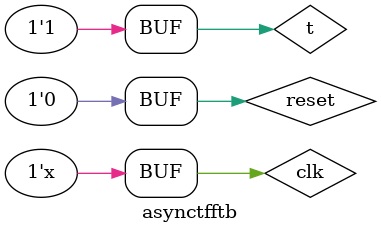
<source format=v>
`timescale 1ns / 1ps


module asynctfftb;

	// Inputs
	reg t;
	reg clk;
	reg reset;

	// Outputs
	wire q;

	// Instantiate the Unit Under Test (UUT)
	AsyncTff uut (
		.t(t), 
		.clk(clk), 
		.reset(reset), 
		.q(q)
	);

	initial begin
	$monitor("time=%g,t=%b,reset=%b,clk=%b,q=%b",$time,t,reset,clk,q);
	end

	initial begin
		// Initialize Inputs
		reset = 1;
		clk=0;

		// Wait 100 ns for global reset to finish
		#100;t=0;reset=0;
		#100;t=1;
	#100;t=0;reset=1;
		#100;t=1;reset=0;
		
        
		// Add stimulus here

	end
	always
	#50 clk=~clk;
endmodule


</source>
